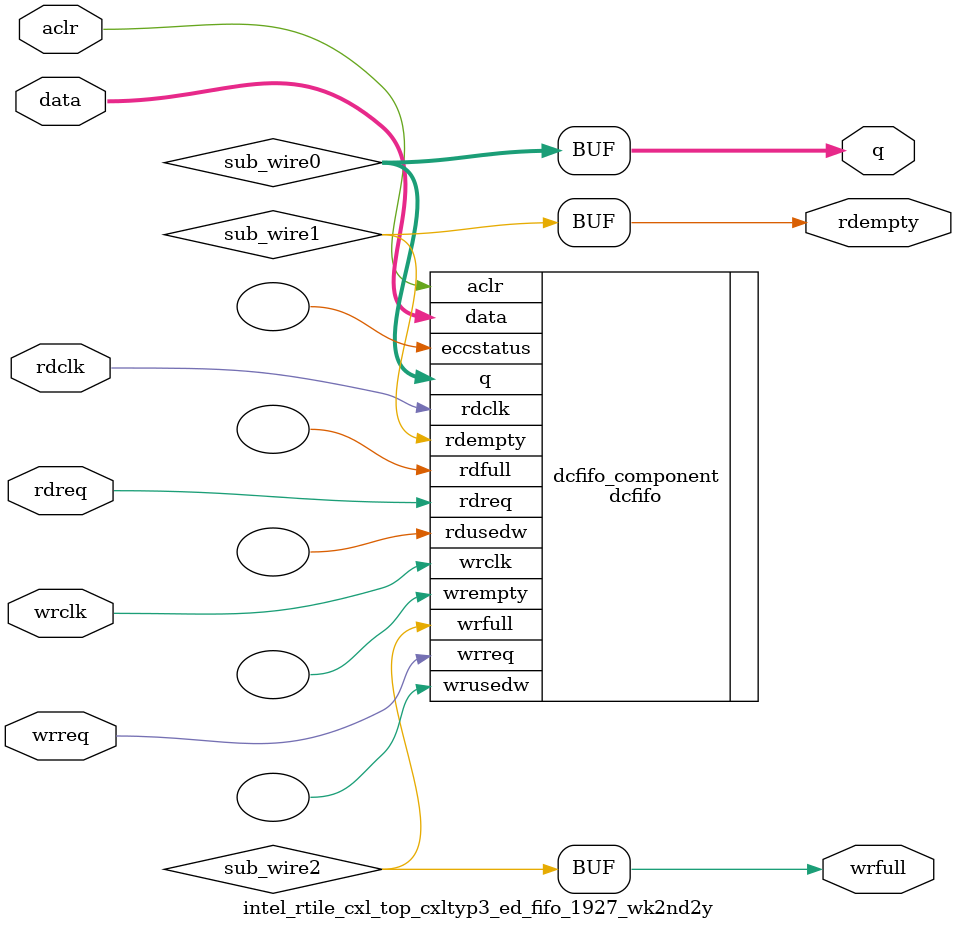
<source format=v>



`timescale 1 ps / 1 ps
// synopsys translate_on
module  intel_rtile_cxl_top_cxltyp3_ed_fifo_1927_wk2nd2y  (
    aclr,
    data,
    rdclk,
    rdreq,
    wrclk,
    wrreq,
    q,
    rdempty,
    wrfull);

    input    aclr;
    input  [143:0]  data;
    input    rdclk;
    input    rdreq;
    input    wrclk;
    input    wrreq;
    output [143:0]  q;
    output   rdempty;
    output   wrfull;
`ifndef ALTERA_RESERVED_QIS
// synopsys translate_off
`endif
    tri0     aclr;
`ifndef ALTERA_RESERVED_QIS
// synopsys translate_on
`endif

    wire [143:0] sub_wire0;
    wire  sub_wire1;
    wire  sub_wire2;
    wire [143:0] q = sub_wire0[143:0];
    wire  rdempty = sub_wire1;
    wire  wrfull = sub_wire2;

    dcfifo  dcfifo_component (
                .aclr (aclr),
                .data (data),
                .rdclk (rdclk),
                .rdreq (rdreq),
                .wrclk (wrclk),
                .wrreq (wrreq),
                .q (sub_wire0),
                .rdempty (sub_wire1),
                .wrfull (sub_wire2),
                .eccstatus (),
                .rdfull (),
                .rdusedw (),
                .wrempty (),
                .wrusedw ());
    defparam
        dcfifo_component.enable_ecc  = "FALSE",
        dcfifo_component.intended_device_family  = "Agilex 7",
        dcfifo_component.lpm_hint  = "DISABLE_DCFIFO_EMBEDDED_TIMING_CONSTRAINT=TRUE",
        dcfifo_component.lpm_numwords  = 8,
        dcfifo_component.lpm_showahead  = "ON",
        dcfifo_component.lpm_type  = "dcfifo",
        dcfifo_component.lpm_width  = 144,
        dcfifo_component.lpm_widthu  = 3,
        dcfifo_component.overflow_checking  = "ON",
        dcfifo_component.rdsync_delaypipe  = 5,
        dcfifo_component.read_aclr_synch  = "ON",
        dcfifo_component.underflow_checking  = "ON",
        dcfifo_component.use_eab  = "ON",
        dcfifo_component.write_aclr_synch  = "OFF",
        dcfifo_component.wrsync_delaypipe  = 5;


endmodule



</source>
